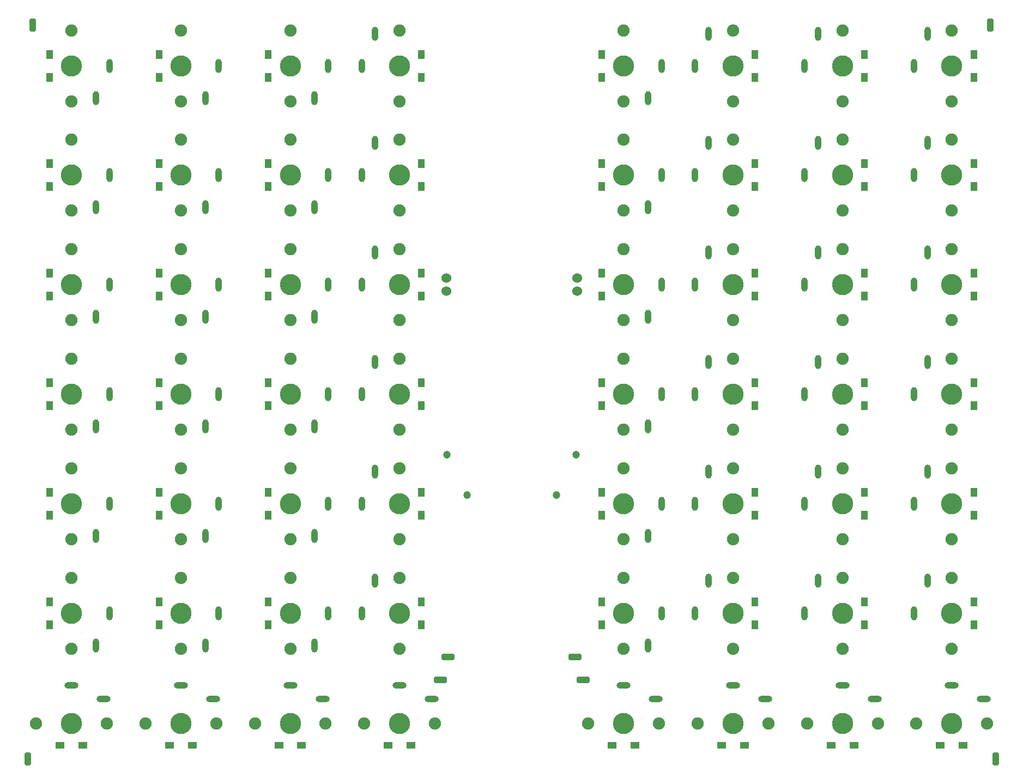
<source format=gbr>
%TF.GenerationSoftware,KiCad,Pcbnew,7.0.11+dfsg-1build4*%
%TF.CreationDate,2024-10-06T17:58:57+09:00*%
%TF.ProjectId,NotEnoughCompromises,4e6f7445-6e6f-4756-9768-436f6d70726f,rev?*%
%TF.SameCoordinates,Original*%
%TF.FileFunction,Soldermask,Bot*%
%TF.FilePolarity,Negative*%
%FSLAX46Y46*%
G04 Gerber Fmt 4.6, Leading zero omitted, Abs format (unit mm)*
G04 Created by KiCad (PCBNEW 7.0.11+dfsg-1build4) date 2024-10-06 17:58:57*
%MOMM*%
%LPD*%
G01*
G04 APERTURE LIST*
G04 Aperture macros list*
%AMRoundRect*
0 Rectangle with rounded corners*
0 $1 Rounding radius*
0 $2 $3 $4 $5 $6 $7 $8 $9 X,Y pos of 4 corners*
0 Add a 4 corners polygon primitive as box body*
4,1,4,$2,$3,$4,$5,$6,$7,$8,$9,$2,$3,0*
0 Add four circle primitives for the rounded corners*
1,1,$1+$1,$2,$3*
1,1,$1+$1,$4,$5*
1,1,$1+$1,$6,$7*
1,1,$1+$1,$8,$9*
0 Add four rect primitives between the rounded corners*
20,1,$1+$1,$2,$3,$4,$5,0*
20,1,$1+$1,$4,$5,$6,$7,0*
20,1,$1+$1,$6,$7,$8,$9,0*
20,1,$1+$1,$8,$9,$2,$3,0*%
G04 Aperture macros list end*
%ADD10C,1.900000*%
%ADD11C,3.300000*%
%ADD12O,1.000000X2.200000*%
%ADD13O,2.200000X1.000000*%
%ADD14C,1.524000*%
%ADD15RoundRect,0.250000X0.250000X0.750000X-0.250000X0.750000X-0.250000X-0.750000X0.250000X-0.750000X0*%
%ADD16R,1.000000X1.400000*%
%ADD17C,1.200000*%
%ADD18RoundRect,0.250000X-0.750000X0.250000X-0.750000X-0.250000X0.750000X-0.250000X0.750000X0.250000X0*%
%ADD19R,1.400000X1.000000*%
%ADD20RoundRect,0.250000X0.750000X-0.250000X0.750000X0.250000X-0.750000X0.250000X-0.750000X-0.250000X0*%
G04 APERTURE END LIST*
D10*
%TO.C,SW6*%
X112930000Y-52830000D03*
D11*
X112930000Y-58330000D03*
D10*
X112930000Y-63830000D03*
D12*
X116730000Y-63330000D03*
X118830000Y-58330000D03*
%TD*%
D10*
%TO.C,SW38*%
X198710000Y-114830000D03*
D11*
X198710000Y-109330000D03*
D10*
X198710000Y-103830000D03*
D12*
X194910000Y-104330000D03*
X192810000Y-109330000D03*
%TD*%
D10*
%TO.C,SW1*%
X129930000Y-46830000D03*
D11*
X129930000Y-41330000D03*
D10*
X129930000Y-35830000D03*
D12*
X126130000Y-36330000D03*
X124030000Y-41330000D03*
%TD*%
D10*
%TO.C,SW23*%
X107430000Y-143470000D03*
D11*
X112930000Y-143470000D03*
D10*
X118430000Y-143470000D03*
D13*
X117930000Y-139670000D03*
X112930000Y-137570000D03*
%TD*%
D10*
%TO.C,SW13*%
X73430000Y-143470000D03*
D11*
X78930000Y-143470000D03*
D10*
X84430000Y-143470000D03*
D13*
X83930000Y-139670000D03*
X78930000Y-137570000D03*
%TD*%
D10*
%TO.C,SW18*%
X90430000Y-143470000D03*
D11*
X95930000Y-143470000D03*
D10*
X101430000Y-143470000D03*
D13*
X100930000Y-139670000D03*
X95930000Y-137570000D03*
%TD*%
D10*
%TO.C,SW17*%
X78930000Y-86830000D03*
D11*
X78930000Y-92330000D03*
D10*
X78930000Y-97830000D03*
D12*
X82730000Y-97330000D03*
X84830000Y-92330000D03*
%TD*%
D10*
%TO.C,SW34*%
X215710000Y-131830000D03*
D11*
X215710000Y-126330000D03*
D10*
X215710000Y-120830000D03*
D12*
X211910000Y-121330000D03*
X209810000Y-126330000D03*
%TD*%
D10*
%TO.C,SW43*%
X198710000Y-97830000D03*
D11*
X198710000Y-92330000D03*
D10*
X198710000Y-86830000D03*
D12*
X194910000Y-87330000D03*
X192810000Y-92330000D03*
%TD*%
D10*
%TO.C,SW22*%
X78930000Y-103830000D03*
D11*
X78930000Y-109330000D03*
D10*
X78930000Y-114830000D03*
D12*
X82730000Y-114330000D03*
X84830000Y-109330000D03*
%TD*%
D10*
%TO.C,SW14*%
X129930000Y-97830000D03*
D11*
X129930000Y-92330000D03*
D10*
X129930000Y-86830000D03*
D12*
X126130000Y-87330000D03*
X124030000Y-92330000D03*
%TD*%
D10*
%TO.C,SW53*%
X198710000Y-63830000D03*
D11*
X198710000Y-58330000D03*
D10*
X198710000Y-52830000D03*
D12*
X194910000Y-53330000D03*
X192810000Y-58330000D03*
%TD*%
D10*
%TO.C,SW31*%
X164710000Y-120830000D03*
D11*
X164710000Y-126330000D03*
D10*
X164710000Y-131830000D03*
D12*
X168510000Y-131330000D03*
X170610000Y-126330000D03*
%TD*%
D10*
%TO.C,SW36*%
X164710000Y-103830000D03*
D11*
X164710000Y-109330000D03*
D10*
X164710000Y-114830000D03*
D12*
X168510000Y-114330000D03*
X170610000Y-109330000D03*
%TD*%
D10*
%TO.C,SW55*%
X164710000Y-35830000D03*
D11*
X164710000Y-41330000D03*
D10*
X164710000Y-46830000D03*
D12*
X168510000Y-46330000D03*
X170610000Y-41330000D03*
%TD*%
D14*
%TO.C,SW30*%
X157480000Y-76342000D03*
X157480000Y-74318000D03*
%TD*%
D10*
%TO.C,SW39*%
X215710000Y-114830000D03*
D11*
X215710000Y-109330000D03*
D10*
X215710000Y-103830000D03*
D12*
X211910000Y-104330000D03*
X209810000Y-109330000D03*
%TD*%
D10*
%TO.C,SW37*%
X181710000Y-114830000D03*
D11*
X181710000Y-109330000D03*
D10*
X181710000Y-103830000D03*
D12*
X177910000Y-104330000D03*
X175810000Y-109330000D03*
%TD*%
D10*
%TO.C,SW8*%
X78930000Y-52830000D03*
D11*
X78930000Y-58330000D03*
D10*
X78930000Y-63830000D03*
D12*
X82730000Y-63330000D03*
X84830000Y-58330000D03*
%TD*%
D10*
%TO.C,SW20*%
X112930000Y-103830000D03*
D11*
X112930000Y-109330000D03*
D10*
X112930000Y-114830000D03*
D12*
X116730000Y-114330000D03*
X118830000Y-109330000D03*
%TD*%
D10*
%TO.C,SW32*%
X181710000Y-131830000D03*
D11*
X181710000Y-126330000D03*
D10*
X181710000Y-120830000D03*
D12*
X177910000Y-121330000D03*
X175810000Y-126330000D03*
%TD*%
D10*
%TO.C,SW25*%
X129930000Y-131830000D03*
D11*
X129930000Y-126330000D03*
D10*
X129930000Y-120830000D03*
D12*
X126130000Y-121330000D03*
X124030000Y-126330000D03*
%TD*%
D10*
%TO.C,SW54*%
X215710000Y-63830000D03*
D11*
X215710000Y-58330000D03*
D10*
X215710000Y-52830000D03*
D12*
X211910000Y-53330000D03*
X209810000Y-58330000D03*
%TD*%
D10*
%TO.C,SW12*%
X78930000Y-69830000D03*
D11*
X78930000Y-75330000D03*
D10*
X78930000Y-80830000D03*
D12*
X82730000Y-80330000D03*
X84830000Y-75330000D03*
%TD*%
D10*
%TO.C,SW26*%
X112930000Y-120830000D03*
D11*
X112930000Y-126330000D03*
D10*
X112930000Y-131830000D03*
D12*
X116730000Y-131330000D03*
X118830000Y-126330000D03*
%TD*%
D10*
%TO.C,SW58*%
X215710000Y-46830000D03*
D11*
X215710000Y-41330000D03*
D10*
X215710000Y-35830000D03*
D12*
X211910000Y-36330000D03*
X209810000Y-41330000D03*
%TD*%
D10*
%TO.C,SW56*%
X181710000Y-46830000D03*
D11*
X181710000Y-41330000D03*
D10*
X181710000Y-35830000D03*
D12*
X177910000Y-36330000D03*
X175810000Y-41330000D03*
%TD*%
D10*
%TO.C,SW47*%
X181710000Y-80830000D03*
D11*
X181710000Y-75330000D03*
D10*
X181710000Y-69830000D03*
D12*
X177910000Y-70330000D03*
X175810000Y-75330000D03*
%TD*%
D10*
%TO.C,SW9*%
X129930000Y-80830000D03*
D11*
X129930000Y-75330000D03*
D10*
X129930000Y-69830000D03*
D12*
X126130000Y-70330000D03*
X124030000Y-75330000D03*
%TD*%
D10*
%TO.C,SW4*%
X78930000Y-35830000D03*
D11*
X78930000Y-41330000D03*
D10*
X78930000Y-46830000D03*
D12*
X82730000Y-46330000D03*
X84830000Y-41330000D03*
%TD*%
D10*
%TO.C,SW45*%
X193210000Y-143470000D03*
D11*
X198710000Y-143470000D03*
D10*
X204210000Y-143470000D03*
D13*
X203710000Y-139670000D03*
X198710000Y-137570000D03*
%TD*%
D10*
%TO.C,SW40*%
X176210000Y-143470000D03*
D11*
X181710000Y-143470000D03*
D10*
X187210000Y-143470000D03*
D13*
X186710000Y-139670000D03*
X181710000Y-137570000D03*
%TD*%
D10*
%TO.C,SW15*%
X112930000Y-86830000D03*
D11*
X112930000Y-92330000D03*
D10*
X112930000Y-97830000D03*
D12*
X116730000Y-97330000D03*
X118830000Y-92330000D03*
%TD*%
D10*
%TO.C,SW51*%
X164710000Y-52830000D03*
D11*
X164710000Y-58330000D03*
D10*
X164710000Y-63830000D03*
D12*
X168510000Y-63330000D03*
X170610000Y-58330000D03*
%TD*%
D10*
%TO.C,SW33*%
X198710000Y-131830000D03*
D11*
X198710000Y-126330000D03*
D10*
X198710000Y-120830000D03*
D12*
X194910000Y-121330000D03*
X192810000Y-126330000D03*
%TD*%
D10*
%TO.C,SW48*%
X198710000Y-80830000D03*
D11*
X198710000Y-75330000D03*
D10*
X198710000Y-69830000D03*
D12*
X194910000Y-70330000D03*
X192810000Y-75330000D03*
%TD*%
D10*
%TO.C,SW16*%
X95930000Y-86830000D03*
D11*
X95930000Y-92330000D03*
D10*
X95930000Y-97830000D03*
D12*
X99730000Y-97330000D03*
X101830000Y-92330000D03*
%TD*%
D10*
%TO.C,SW46*%
X164710000Y-69830000D03*
D11*
X164710000Y-75330000D03*
D10*
X164710000Y-80830000D03*
D12*
X168510000Y-80330000D03*
X170610000Y-75330000D03*
%TD*%
D10*
%TO.C,SW2*%
X112930000Y-35830000D03*
D11*
X112930000Y-41330000D03*
D10*
X112930000Y-46830000D03*
D12*
X116730000Y-46330000D03*
X118830000Y-41330000D03*
%TD*%
D10*
%TO.C,SW28*%
X78930000Y-120830000D03*
D11*
X78930000Y-126330000D03*
D10*
X78930000Y-131830000D03*
D12*
X82730000Y-131330000D03*
X84830000Y-126330000D03*
%TD*%
D10*
%TO.C,SW49*%
X215710000Y-80830000D03*
D11*
X215710000Y-75330000D03*
D10*
X215710000Y-69830000D03*
D12*
X211910000Y-70330000D03*
X209810000Y-75330000D03*
%TD*%
D10*
%TO.C,SW42*%
X181710000Y-97830000D03*
D11*
X181710000Y-92330000D03*
D10*
X181710000Y-86830000D03*
D12*
X177910000Y-87330000D03*
X175810000Y-92330000D03*
%TD*%
D10*
%TO.C,SW11*%
X95930000Y-69830000D03*
D11*
X95930000Y-75330000D03*
D10*
X95930000Y-80830000D03*
D12*
X99730000Y-80330000D03*
X101830000Y-75330000D03*
%TD*%
D10*
%TO.C,SW44*%
X215710000Y-97830000D03*
D11*
X215710000Y-92330000D03*
D10*
X215710000Y-86830000D03*
D12*
X211910000Y-87330000D03*
X209810000Y-92330000D03*
%TD*%
D10*
%TO.C,SW10*%
X112930000Y-69830000D03*
D11*
X112930000Y-75330000D03*
D10*
X112930000Y-80830000D03*
D12*
X116730000Y-80330000D03*
X118830000Y-75330000D03*
%TD*%
D10*
%TO.C,SW29*%
X124430000Y-143470000D03*
D11*
X129930000Y-143470000D03*
D10*
X135430000Y-143470000D03*
D13*
X134930000Y-139670000D03*
X129930000Y-137570000D03*
%TD*%
D10*
%TO.C,SW52*%
X181710000Y-63830000D03*
D11*
X181710000Y-58330000D03*
D10*
X181710000Y-52830000D03*
D12*
X177910000Y-53330000D03*
X175810000Y-58330000D03*
%TD*%
D14*
%TO.C,SW24*%
X137160000Y-76342000D03*
X137160000Y-74318000D03*
%TD*%
D10*
%TO.C,SW57*%
X198710000Y-46830000D03*
D11*
X198710000Y-41330000D03*
D10*
X198710000Y-35830000D03*
D12*
X194910000Y-36330000D03*
X192810000Y-41330000D03*
%TD*%
D10*
%TO.C,SW41*%
X164710000Y-86830000D03*
D11*
X164710000Y-92330000D03*
D10*
X164710000Y-97830000D03*
D12*
X168510000Y-97330000D03*
X170610000Y-92330000D03*
%TD*%
D10*
%TO.C,SW27*%
X95930000Y-120830000D03*
D11*
X95930000Y-126330000D03*
D10*
X95930000Y-131830000D03*
D12*
X99730000Y-131330000D03*
X101830000Y-126330000D03*
%TD*%
D10*
%TO.C,SW3*%
X95930000Y-35830000D03*
D11*
X95930000Y-41330000D03*
D10*
X95930000Y-46830000D03*
D12*
X99730000Y-46330000D03*
X101830000Y-41330000D03*
%TD*%
D10*
%TO.C,SW5*%
X129930000Y-63830000D03*
D11*
X129930000Y-58330000D03*
D10*
X129930000Y-52830000D03*
D12*
X126130000Y-53330000D03*
X124030000Y-58330000D03*
%TD*%
D10*
%TO.C,SW7*%
X95930000Y-52830000D03*
D11*
X95930000Y-58330000D03*
D10*
X95930000Y-63830000D03*
D12*
X99730000Y-63330000D03*
X101830000Y-58330000D03*
%TD*%
D10*
%TO.C,SW19*%
X129930000Y-114830000D03*
D11*
X129930000Y-109330000D03*
D10*
X129930000Y-103830000D03*
D12*
X126130000Y-104330000D03*
X124030000Y-109330000D03*
%TD*%
D10*
%TO.C,SW21*%
X95930000Y-103830000D03*
D11*
X95930000Y-109330000D03*
D10*
X95930000Y-114830000D03*
D12*
X99730000Y-114330000D03*
X101830000Y-109330000D03*
%TD*%
D10*
%TO.C,SW35*%
X159210000Y-143470000D03*
D11*
X164710000Y-143470000D03*
D10*
X170210000Y-143470000D03*
D13*
X169710000Y-139670000D03*
X164710000Y-137570000D03*
%TD*%
D10*
%TO.C,SW50*%
X210210000Y-143470000D03*
D11*
X215710000Y-143470000D03*
D10*
X221210000Y-143470000D03*
D13*
X220710000Y-139670000D03*
X215710000Y-137570000D03*
%TD*%
D15*
%TO.C,J4*%
X72130000Y-148970000D03*
%TD*%
D16*
%TO.C,D20*%
X109530000Y-107555000D03*
X109530000Y-111105000D03*
%TD*%
%TO.C,D22*%
X75530000Y-107555000D03*
X75530000Y-111105000D03*
%TD*%
%TO.C,D3*%
X92530000Y-39555000D03*
X92530000Y-43105000D03*
%TD*%
%TO.C,D17*%
X75530000Y-90555000D03*
X75530000Y-94105000D03*
%TD*%
%TO.C,D2*%
X109530000Y-39555000D03*
X109530000Y-43105000D03*
%TD*%
%TO.C,D6*%
X109530000Y-56555000D03*
X109530000Y-60105000D03*
%TD*%
D17*
%TO.C,J16*%
X157372248Y-101707960D03*
X154273926Y-107984934D03*
%TD*%
D16*
%TO.C,D27*%
X75530000Y-124555000D03*
X75530000Y-128105000D03*
%TD*%
%TO.C,D12*%
X75530000Y-73555000D03*
X75530000Y-77105000D03*
%TD*%
%TO.C,D10*%
X109530000Y-73555000D03*
X109530000Y-77105000D03*
%TD*%
%TO.C,D37*%
X219110000Y-111105000D03*
X219110000Y-107555000D03*
%TD*%
D18*
%TO.C,J1*%
X137430000Y-133130000D03*
%TD*%
D15*
%TO.C,J14*%
X221710000Y-35030000D03*
%TD*%
D16*
%TO.C,D42*%
X219110000Y-94105000D03*
X219110000Y-90555000D03*
%TD*%
%TO.C,D51*%
X202110000Y-60105000D03*
X202110000Y-56555000D03*
%TD*%
%TO.C,D5*%
X133330000Y-60105000D03*
X133330000Y-56555000D03*
%TD*%
%TO.C,D8*%
X75530000Y-56555000D03*
X75530000Y-60105000D03*
%TD*%
%TO.C,D31*%
X202110000Y-128105000D03*
X202110000Y-124555000D03*
%TD*%
%TO.C,D34*%
X161310000Y-107555000D03*
X161310000Y-111105000D03*
%TD*%
D19*
%TO.C,D13*%
X77155000Y-146870000D03*
X80705000Y-146870000D03*
%TD*%
D16*
%TO.C,D11*%
X92530000Y-73555000D03*
X92530000Y-77105000D03*
%TD*%
%TO.C,D44*%
X161310000Y-73555000D03*
X161310000Y-77105000D03*
%TD*%
%TO.C,D15*%
X109530000Y-90555000D03*
X109530000Y-94105000D03*
%TD*%
%TO.C,D1*%
X133330000Y-43105000D03*
X133330000Y-39555000D03*
%TD*%
D19*
%TO.C,D28*%
X128155000Y-146870000D03*
X131705000Y-146870000D03*
%TD*%
D16*
%TO.C,D47*%
X219110000Y-77105000D03*
X219110000Y-73555000D03*
%TD*%
D20*
%TO.C,J25*%
X157210000Y-133130000D03*
%TD*%
D16*
%TO.C,D30*%
X185110000Y-128105000D03*
X185110000Y-124555000D03*
%TD*%
%TO.C,D50*%
X185110000Y-60105000D03*
X185110000Y-56555000D03*
%TD*%
D20*
%TO.C,J26*%
X158410000Y-136670000D03*
%TD*%
D16*
%TO.C,D16*%
X92530000Y-90555000D03*
X92530000Y-94105000D03*
%TD*%
%TO.C,D41*%
X202110000Y-94105000D03*
X202110000Y-90555000D03*
%TD*%
%TO.C,D9*%
X133330000Y-77105000D03*
X133330000Y-73555000D03*
%TD*%
D18*
%TO.C,J3*%
X136230000Y-136670000D03*
%TD*%
D16*
%TO.C,D36*%
X202110000Y-111105000D03*
X202110000Y-107555000D03*
%TD*%
%TO.C,D39*%
X161310000Y-90555000D03*
X161310000Y-94105000D03*
%TD*%
D15*
%TO.C,J2*%
X72930000Y-35030000D03*
%TD*%
D16*
%TO.C,D53*%
X161310000Y-39555000D03*
X161310000Y-43105000D03*
%TD*%
%TO.C,D4*%
X75530000Y-39555000D03*
X75530000Y-43105000D03*
%TD*%
%TO.C,D35*%
X185110000Y-111105000D03*
X185110000Y-107555000D03*
%TD*%
%TO.C,D49*%
X161310000Y-56555000D03*
X161310000Y-60105000D03*
%TD*%
%TO.C,D54*%
X185110000Y-43105000D03*
X185110000Y-39555000D03*
%TD*%
D17*
%TO.C,J11*%
X137267619Y-101708026D03*
X140366050Y-107984946D03*
%TD*%
D16*
%TO.C,D26*%
X92530000Y-124555000D03*
X92530000Y-128105000D03*
%TD*%
%TO.C,D32*%
X219110000Y-128105000D03*
X219110000Y-124555000D03*
%TD*%
D19*
%TO.C,D23*%
X111155000Y-146870000D03*
X114705000Y-146870000D03*
%TD*%
D16*
%TO.C,D29*%
X161310000Y-124555000D03*
X161310000Y-128105000D03*
%TD*%
D19*
%TO.C,D43*%
X196935000Y-146870000D03*
X200485000Y-146870000D03*
%TD*%
D16*
%TO.C,D55*%
X202110000Y-43105000D03*
X202110000Y-39555000D03*
%TD*%
%TO.C,D46*%
X202110000Y-77105000D03*
X202110000Y-73555000D03*
%TD*%
%TO.C,D14*%
X133330000Y-94105000D03*
X133330000Y-90555000D03*
%TD*%
%TO.C,D45*%
X185110000Y-77105000D03*
X185110000Y-73555000D03*
%TD*%
D15*
%TO.C,J15*%
X222510000Y-148970000D03*
%TD*%
D16*
%TO.C,D52*%
X219110000Y-60105000D03*
X219110000Y-56555000D03*
%TD*%
D19*
%TO.C,D38*%
X179935000Y-146870000D03*
X183485000Y-146870000D03*
%TD*%
%TO.C,D48*%
X213935000Y-146870000D03*
X217485000Y-146870000D03*
%TD*%
D16*
%TO.C,D56*%
X219110000Y-43105000D03*
X219110000Y-39555000D03*
%TD*%
%TO.C,D19*%
X133330000Y-111105000D03*
X133330000Y-107555000D03*
%TD*%
D19*
%TO.C,D33*%
X162935000Y-146870000D03*
X166485000Y-146870000D03*
%TD*%
D16*
%TO.C,D7*%
X92530000Y-56555000D03*
X92530000Y-60105000D03*
%TD*%
D19*
%TO.C,D18*%
X94155000Y-146870000D03*
X97705000Y-146870000D03*
%TD*%
D16*
%TO.C,D24*%
X133330000Y-128105000D03*
X133330000Y-124555000D03*
%TD*%
%TO.C,D21*%
X92530000Y-107555000D03*
X92530000Y-111105000D03*
%TD*%
%TO.C,D40*%
X185110000Y-94105000D03*
X185110000Y-90555000D03*
%TD*%
%TO.C,D25*%
X109530000Y-124555000D03*
X109530000Y-128105000D03*
%TD*%
M02*

</source>
